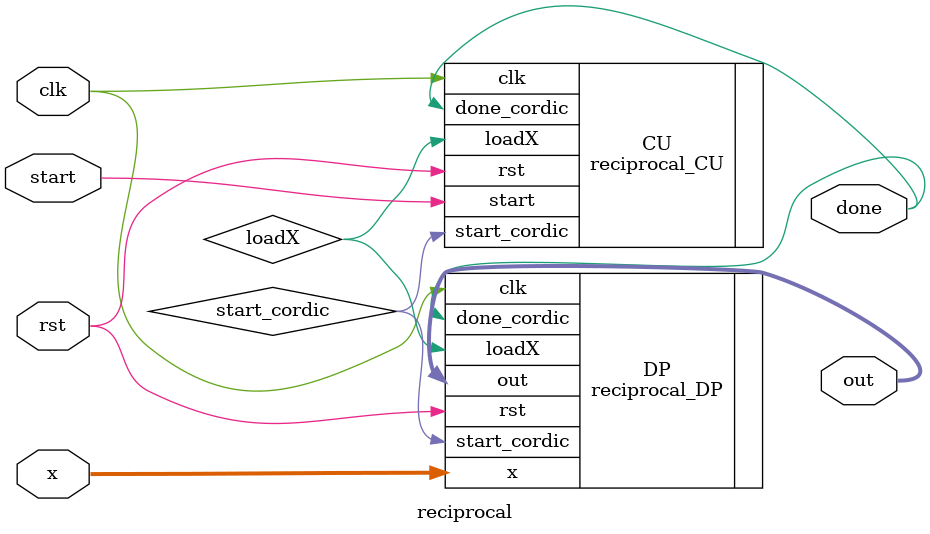
<source format=v>


module reciprocal #(
    parameter FLOAT_SIZE = 24,
    parameter INT_SIZE = 8
) (
    input clk, rst,
    input start,
    input signed [INT_SIZE + FLOAT_SIZE - 1:0] x,

    output signed [INT_SIZE + FLOAT_SIZE - 1:0] out,
    output done
);

    wire loadX, start_cordic;

    reciprocal_DP #(.FLOAT_SIZE(FLOAT_SIZE), .INT_SIZE(INT_SIZE)) DP(
        .clk(clk),
        .rst(rst),
        .x(x),
        .loadX(loadX),
        .start_cordic(start_cordic),
        .out(out),
        .done_cordic(done)
    );

    reciprocal_CU CU(
        .clk(clk),
        .rst(rst),
        .start(start),
        .done_cordic(done),
        .loadX(loadX),
        .start_cordic(start_cordic)
    );
    
endmodule

</source>
